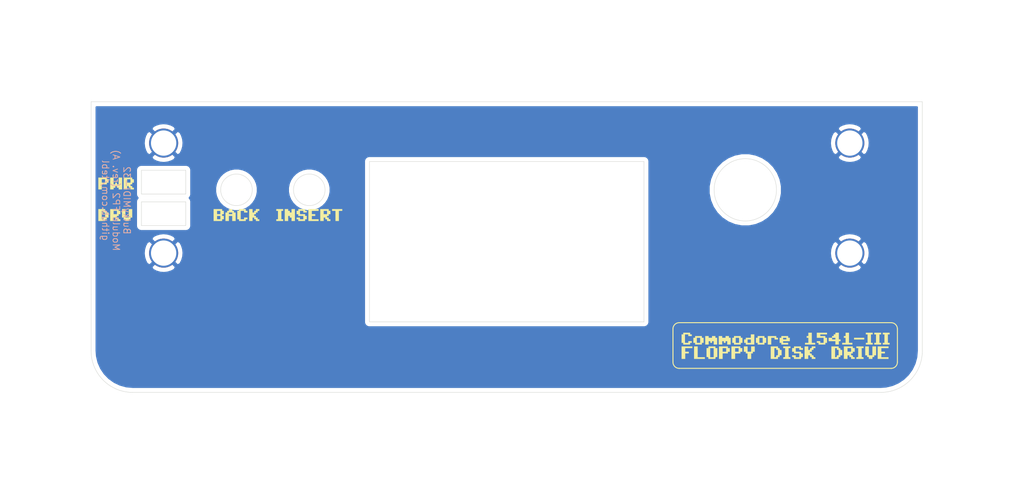
<source format=kicad_pcb>
(kicad_pcb (version 20171130) (host pcbnew "(5.1.8)-1")

  (general
    (thickness 1.6)
    (drawings 33)
    (tracks 0)
    (zones 0)
    (modules 9)
    (nets 2)
  )

  (page A4)
  (layers
    (0 F.Cu signal)
    (31 B.Cu signal)
    (32 B.Adhes user)
    (33 F.Adhes user)
    (34 B.Paste user)
    (35 F.Paste user)
    (36 B.SilkS user hide)
    (37 F.SilkS user)
    (38 B.Mask user)
    (39 F.Mask user)
    (40 Dwgs.User user hide)
    (41 Cmts.User user)
    (42 Eco1.User user)
    (43 Eco2.User user)
    (44 Edge.Cuts user)
    (45 Margin user)
    (46 B.CrtYd user hide)
    (47 F.CrtYd user hide)
    (48 B.Fab user)
    (49 F.Fab user hide)
  )

  (setup
    (last_trace_width 0.25)
    (trace_clearance 0.2)
    (zone_clearance 0.508)
    (zone_45_only no)
    (trace_min 0.2)
    (via_size 0.8)
    (via_drill 0.4)
    (via_min_size 0.4)
    (via_min_drill 0.3)
    (uvia_size 0.3)
    (uvia_drill 0.1)
    (uvias_allowed no)
    (uvia_min_size 0.2)
    (uvia_min_drill 0.1)
    (edge_width 0.05)
    (segment_width 0.2)
    (pcb_text_width 0.3)
    (pcb_text_size 1.5 1.5)
    (mod_edge_width 0.12)
    (mod_text_size 1 1)
    (mod_text_width 0.15)
    (pad_size 1.524 1.524)
    (pad_drill 0.762)
    (pad_to_mask_clearance 0)
    (aux_axis_origin 0 0)
    (grid_origin 141.09 121.579)
    (visible_elements 7FFFFFFF)
    (pcbplotparams
      (layerselection 0x011fc_ffffffff)
      (usegerberextensions true)
      (usegerberattributes false)
      (usegerberadvancedattributes false)
      (creategerberjobfile false)
      (excludeedgelayer true)
      (linewidth 0.100000)
      (plotframeref false)
      (viasonmask false)
      (mode 1)
      (useauxorigin false)
      (hpglpennumber 1)
      (hpglpenspeed 20)
      (hpglpendiameter 15.000000)
      (psnegative false)
      (psa4output false)
      (plotreference true)
      (plotvalue true)
      (plotinvisibletext false)
      (padsonsilk false)
      (subtractmaskfromsilk false)
      (outputformat 1)
      (mirror false)
      (drillshape 0)
      (scaleselection 1)
      (outputdirectory "export/"))
  )

  (net 0 "")
  (net 1 GND)

  (net_class Default "This is the default net class."
    (clearance 0.2)
    (trace_width 0.25)
    (via_dia 0.8)
    (via_drill 0.4)
    (uvia_dia 0.3)
    (uvia_drill 0.1)
  )

  (net_class PWR ""
    (clearance 0.2)
    (trace_width 0.381)
    (via_dia 0.8)
    (via_drill 0.4)
    (uvia_dia 0.3)
    (uvia_drill 0.1)
    (add_net GND)
  )

  (module Pi1541:Pi1541-Decal locked (layer F.Cu) (tedit 0) (tstamp 64098CD1)
    (at 174.84 141.329)
    (fp_text reference G*** (at 0 0) (layer F.SilkS) hide
      (effects (font (size 1.524 1.524) (thickness 0.3)))
    )
    (fp_text value LOGO (at 0.75 0) (layer F.SilkS) hide
      (effects (font (size 1.524 1.524) (thickness 0.3)))
    )
    (fp_poly (pts (xy -11.416016 -0.686486) (xy -12.28048 -0.686486) (xy -12.28048 -0.254254) (xy -11.848248 -0.254254)
      (xy -11.848248 -0.050851) (xy -12.28048 -0.050851) (xy -12.28048 0.61021) (xy -12.712712 0.61021)
      (xy -12.712712 -0.88989) (xy -11.416016 -0.88989) (xy -11.416016 -0.686486)) (layer F.SilkS) (width 0.01))
    (fp_poly (pts (xy -10.78038 0.406807) (xy -9.915916 0.406807) (xy -9.915916 0.61021) (xy -11.212612 0.61021)
      (xy -11.212612 -0.88989) (xy -10.78038 -0.88989) (xy -10.78038 0.406807)) (layer F.SilkS) (width 0.01))
    (fp_poly (pts (xy -8.644644 -0.686486) (xy -8.415816 -0.686486) (xy -8.415816 0.378458) (xy -8.523874 0.386276)
      (xy -8.591745 0.393665) (xy -8.624108 0.412858) (xy -8.636189 0.459082) (xy -8.63975 0.502152)
      (xy -8.647568 0.61021) (xy -9.48076 0.61021) (xy -9.488578 0.502152) (xy -9.495967 0.434281)
      (xy -9.51516 0.401918) (xy -9.561384 0.389837) (xy -9.604454 0.386276) (xy -9.712512 0.378458)
      (xy -9.712512 -0.686486) (xy -9.483683 -0.686486) (xy -9.28028 -0.686486) (xy -9.28028 0.406807)
      (xy -8.848048 0.406807) (xy -8.848048 -0.686486) (xy -9.28028 -0.686486) (xy -9.483683 -0.686486)
      (xy -9.483683 -0.88989) (xy -8.644644 -0.88989) (xy -8.644644 -0.686486)) (layer F.SilkS) (width 0.01))
    (fp_poly (pts (xy -7.144544 -0.686486) (xy -6.915716 -0.686486) (xy -6.915716 -0.254254) (xy -7.144544 -0.254254)
      (xy -7.144544 -0.050851) (xy -7.78018 -0.050851) (xy -7.78018 0.61021) (xy -8.212412 0.61021)
      (xy -8.212412 -0.686486) (xy -7.78018 -0.686486) (xy -7.78018 -0.254254) (xy -7.347948 -0.254254)
      (xy -7.347948 -0.686486) (xy -7.78018 -0.686486) (xy -8.212412 -0.686486) (xy -8.212412 -0.88989)
      (xy -7.144544 -0.88989) (xy -7.144544 -0.686486)) (layer F.SilkS) (width 0.01))
    (fp_poly (pts (xy -5.644444 -0.686486) (xy -5.415615 -0.686486) (xy -5.415615 -0.254254) (xy -5.644444 -0.254254)
      (xy -5.644444 -0.050851) (xy -6.28008 -0.050851) (xy -6.28008 0.61021) (xy -6.712312 0.61021)
      (xy -6.712312 -0.686486) (xy -6.28008 -0.686486) (xy -6.28008 -0.254254) (xy -5.847848 -0.254254)
      (xy -5.847848 -0.686486) (xy -6.28008 -0.686486) (xy -6.712312 -0.686486) (xy -6.712312 -0.88989)
      (xy -5.644444 -0.88989) (xy -5.644444 -0.686486)) (layer F.SilkS) (width 0.01))
    (fp_poly (pts (xy -4.77998 -0.254254) (xy -4.347748 -0.254254) (xy -4.347748 -0.88989) (xy -3.915515 -0.88989)
      (xy -3.915515 -0.254254) (xy -4.144344 -0.254254) (xy -4.144344 -0.050851) (xy -4.347748 -0.050851)
      (xy -4.347748 0.61021) (xy -4.77998 0.61021) (xy -4.77998 -0.050851) (xy -4.983383 -0.050851)
      (xy -4.983383 -0.254254) (xy -5.212212 -0.254254) (xy -5.212212 -0.88989) (xy -4.77998 -0.88989)
      (xy -4.77998 -0.254254)) (layer F.SilkS) (width 0.01))
    (fp_poly (pts (xy -1.118719 -0.788188) (xy -1.116246 -0.723091) (xy -1.099183 -0.694165) (xy -1.053061 -0.686731)
      (xy -1.018479 -0.686486) (xy -0.955513 -0.683997) (xy -0.925402 -0.667066) (xy -0.913953 -0.621503)
      (xy -0.910421 -0.578428) (xy -0.903032 -0.510557) (xy -0.883839 -0.478194) (xy -0.837615 -0.466113)
      (xy -0.794544 -0.462552) (xy -0.686486 -0.454734) (xy -0.686486 0.177978) (xy -0.915315 0.177978)
      (xy -0.915315 0.381381) (xy -1.118719 0.381381) (xy -1.118719 0.61021) (xy -1.983183 0.61021)
      (xy -1.983183 -0.686486) (xy -1.550951 -0.686486) (xy -1.550951 0.409731) (xy -1.442893 0.401912)
      (xy -1.375021 0.394524) (xy -1.342659 0.375331) (xy -1.330577 0.329107) (xy -1.327016 0.286036)
      (xy -1.31981 0.218354) (xy -1.301851 0.187215) (xy -1.258949 0.178426) (xy -1.218958 0.177978)
      (xy -1.118719 0.177978) (xy -1.118719 -0.483083) (xy -1.322122 -0.483083) (xy -1.322122 -0.686486)
      (xy -1.550951 -0.686486) (xy -1.983183 -0.686486) (xy -1.983183 -0.88989) (xy -1.118719 -0.88989)
      (xy -1.118719 -0.788188)) (layer F.SilkS) (width 0.01))
    (fp_poly (pts (xy 0.381382 -0.686486) (xy 0.151541 -0.686486) (xy 0.165265 0.394094) (xy 0.273324 0.401912)
      (xy 0.341006 0.409119) (xy 0.372145 0.427078) (xy 0.380933 0.46998) (xy 0.381382 0.50997)
      (xy 0.381382 0.61021) (xy -0.483083 0.61021) (xy -0.483083 0.50997) (xy -0.480593 0.447005)
      (xy -0.463663 0.416894) (xy -0.4181 0.405445) (xy -0.375025 0.401912) (xy -0.266967 0.394094)
      (xy -0.253243 -0.686486) (xy -0.483083 -0.686486) (xy -0.483083 -0.88989) (xy 0.381382 -0.88989)
      (xy 0.381382 -0.686486)) (layer F.SilkS) (width 0.01))
    (fp_poly (pts (xy 1.652653 -0.686486) (xy 1.881482 -0.686486) (xy 1.881482 -0.483083) (xy 1.449249 -0.483083)
      (xy 1.449249 -0.686486) (xy 1.017017 -0.686486) (xy 1.017017 -0.254254) (xy 1.649729 -0.254254)
      (xy 1.657547 -0.146196) (xy 1.664936 -0.078325) (xy 1.684129 -0.045962) (xy 1.730353 -0.033881)
      (xy 1.773424 -0.03032) (xy 1.881482 -0.022502) (xy 1.881482 0.378458) (xy 1.773424 0.386276)
      (xy 1.705552 0.393665) (xy 1.67319 0.412858) (xy 1.661108 0.459082) (xy 1.657547 0.502152)
      (xy 1.649729 0.61021) (xy 0.816538 0.61021) (xy 0.808719 0.502152) (xy 0.801331 0.434281)
      (xy 0.782138 0.401918) (xy 0.735914 0.389837) (xy 0.692843 0.386276) (xy 0.625161 0.379069)
      (xy 0.594022 0.361111) (xy 0.585233 0.318208) (xy 0.584785 0.278218) (xy 0.584785 0.177978)
      (xy 1.017017 0.177978) (xy 1.017017 0.406807) (xy 1.449249 0.406807) (xy 1.449249 -0.050851)
      (xy 0.813614 -0.050851) (xy 0.813614 -0.254254) (xy 0.584785 -0.254254) (xy 0.584785 -0.686486)
      (xy 0.813614 -0.686486) (xy 0.813614 -0.88989) (xy 1.652653 -0.88989) (xy 1.652653 -0.686486)) (layer F.SilkS) (width 0.01))
    (fp_poly (pts (xy 2.517117 -0.454734) (xy 2.625175 -0.462552) (xy 2.693047 -0.469941) (xy 2.725409 -0.489134)
      (xy 2.737491 -0.535358) (xy 2.741052 -0.578428) (xy 2.748258 -0.64611) (xy 2.766217 -0.67725)
      (xy 2.809119 -0.686038) (xy 2.84911 -0.686486) (xy 2.913272 -0.688995) (xy 2.941782 -0.706307)
      (xy 2.949109 -0.753102) (xy 2.94935 -0.788188) (xy 2.94935 -0.88989) (xy 3.381582 -0.88989)
      (xy 3.381582 -0.686486) (xy 3.152753 -0.686486) (xy 3.152753 -0.483083) (xy 2.94935 -0.483083)
      (xy 2.94935 -0.254254) (xy 2.717597 -0.254254) (xy 2.725415 -0.146196) (xy 2.732804 -0.078325)
      (xy 2.751997 -0.045962) (xy 2.798221 -0.033881) (xy 2.841292 -0.03032) (xy 2.908974 -0.023113)
      (xy 2.940113 -0.005155) (xy 2.948901 0.037748) (xy 2.94935 0.077738) (xy 2.951939 0.142219)
      (xy 2.969562 0.170634) (xy 3.017006 0.17777) (xy 3.049589 0.177978) (xy 3.112555 0.180468)
      (xy 3.142666 0.197398) (xy 3.154115 0.242961) (xy 3.157647 0.286036) (xy 3.165036 0.353907)
      (xy 3.184229 0.38627) (xy 3.230453 0.398352) (xy 3.273524 0.401912) (xy 3.341206 0.409119)
      (xy 3.372345 0.427078) (xy 3.381134 0.46998) (xy 3.381582 0.50997) (xy 3.381582 0.61021)
      (xy 2.94935 0.61021) (xy 2.94935 0.381381) (xy 2.745946 0.381381) (xy 2.745946 0.177978)
      (xy 2.517117 0.177978) (xy 2.517117 0.61021) (xy 2.084885 0.61021) (xy 2.084885 -0.88989)
      (xy 2.517117 -0.88989) (xy 2.517117 -0.454734)) (layer F.SilkS) (width 0.01))
    (fp_poly (pts (xy 6.178379 -0.788188) (xy 6.180851 -0.723091) (xy 6.197914 -0.694165) (xy 6.244036 -0.686731)
      (xy 6.278618 -0.686486) (xy 6.341584 -0.683997) (xy 6.371695 -0.667066) (xy 6.383144 -0.621503)
      (xy 6.386676 -0.578428) (xy 6.394065 -0.510557) (xy 6.413258 -0.478194) (xy 6.459482 -0.466113)
      (xy 6.502553 -0.462552) (xy 6.610611 -0.454734) (xy 6.610611 0.177978) (xy 6.381782 0.177978)
      (xy 6.381782 0.381381) (xy 6.178379 0.381381) (xy 6.178379 0.61021) (xy 5.313914 0.61021)
      (xy 5.313914 -0.686486) (xy 5.746146 -0.686486) (xy 5.746146 0.409731) (xy 5.854204 0.401912)
      (xy 5.922076 0.394524) (xy 5.954438 0.375331) (xy 5.96652 0.329107) (xy 5.970081 0.286036)
      (xy 5.977287 0.218354) (xy 5.995246 0.187215) (xy 6.038148 0.178426) (xy 6.078139 0.177978)
      (xy 6.178379 0.177978) (xy 6.178379 -0.483083) (xy 5.974975 -0.483083) (xy 5.974975 -0.686486)
      (xy 5.746146 -0.686486) (xy 5.313914 -0.686486) (xy 5.313914 -0.88989) (xy 6.178379 -0.88989)
      (xy 6.178379 -0.788188)) (layer F.SilkS) (width 0.01))
    (fp_poly (pts (xy 7.881882 -0.686486) (xy 8.110711 -0.686486) (xy 8.110711 -0.254254) (xy 7.881882 -0.254254)
      (xy 7.881882 -0.050851) (xy 7.678479 -0.050851) (xy 7.678479 0.177978) (xy 7.778718 0.177978)
      (xy 7.841684 0.180468) (xy 7.871795 0.197398) (xy 7.883244 0.242961) (xy 7.886777 0.286036)
      (xy 7.894165 0.353907) (xy 7.913358 0.38627) (xy 7.959582 0.398352) (xy 8.002653 0.401912)
      (xy 8.070335 0.409119) (xy 8.101474 0.427078) (xy 8.110263 0.46998) (xy 8.110711 0.50997)
      (xy 8.110711 0.61021) (xy 7.678479 0.61021) (xy 7.678479 0.381381) (xy 7.475075 0.381381)
      (xy 7.475075 0.177978) (xy 7.246246 0.177978) (xy 7.246246 0.61021) (xy 6.814014 0.61021)
      (xy 6.814014 -0.686486) (xy 7.246246 -0.686486) (xy 7.246246 -0.254254) (xy 7.678479 -0.254254)
      (xy 7.678479 -0.686486) (xy 7.246246 -0.686486) (xy 6.814014 -0.686486) (xy 6.814014 -0.88989)
      (xy 7.881882 -0.88989) (xy 7.881882 -0.686486)) (layer F.SilkS) (width 0.01))
    (fp_poly (pts (xy 9.178579 -0.686486) (xy 8.948739 -0.686486) (xy 8.962463 0.394094) (xy 9.070521 0.401912)
      (xy 9.138203 0.409119) (xy 9.169342 0.427078) (xy 9.178131 0.46998) (xy 9.178579 0.50997)
      (xy 9.178579 0.61021) (xy 8.314114 0.61021) (xy 8.314114 0.50997) (xy 8.316604 0.447005)
      (xy 8.333535 0.416894) (xy 8.379098 0.405445) (xy 8.422172 0.401912) (xy 8.53023 0.394094)
      (xy 8.543954 -0.686486) (xy 8.314114 -0.686486) (xy 8.314114 -0.88989) (xy 9.178579 -0.88989)
      (xy 9.178579 -0.686486)) (layer F.SilkS) (width 0.01))
    (fp_poly (pts (xy 9.814214 0.177978) (xy 10.246447 0.177978) (xy 10.246447 -0.88989) (xy 10.678679 -0.88989)
      (xy 10.678679 0.177978) (xy 10.44985 0.177978) (xy 10.44985 0.381381) (xy 10.246447 0.381381)
      (xy 10.246447 0.61021) (xy 9.814214 0.61021) (xy 9.814214 0.381381) (xy 9.610811 0.381381)
      (xy 9.610811 0.177978) (xy 9.381982 0.177978) (xy 9.381982 -0.88989) (xy 9.814214 -0.88989)
      (xy 9.814214 0.177978)) (layer F.SilkS) (width 0.01))
    (fp_poly (pts (xy 12.178779 -0.686486) (xy 11.314315 -0.686486) (xy 11.314315 -0.254254) (xy 11.746547 -0.254254)
      (xy 11.746547 -0.050851) (xy 11.314315 -0.050851) (xy 11.314315 0.406807) (xy 12.178779 0.406807)
      (xy 12.178779 0.61021) (xy 10.882082 0.61021) (xy 10.882082 -0.88989) (xy 12.178779 -0.88989)
      (xy 12.178779 -0.686486)) (layer F.SilkS) (width 0.01))
    (fp_poly (pts (xy -11.695695 -2.339139) (xy -11.492292 -2.339139) (xy -11.492292 -2.135736) (xy -11.899099 -2.135736)
      (xy -11.899099 -2.339139) (xy -12.305906 -2.339139) (xy -12.305906 -1.322122) (xy -11.899099 -1.322122)
      (xy -11.899099 -1.525525) (xy -11.492292 -1.525525) (xy -11.492292 -1.322122) (xy -11.695695 -1.322122)
      (xy -11.695695 -1.118719) (xy -12.509309 -1.118719) (xy -12.509309 -1.322122) (xy -12.712712 -1.322122)
      (xy -12.712712 -2.339139) (xy -12.509309 -2.339139) (xy -12.509309 -2.542542) (xy -11.695695 -2.542542)
      (xy -11.695695 -2.339139)) (layer F.SilkS) (width 0.01))
    (fp_poly (pts (xy -10.271872 -1.932332) (xy -10.068468 -1.932332) (xy -10.068468 -1.322122) (xy -10.271872 -1.322122)
      (xy -10.271872 -1.118719) (xy -11.085485 -1.118719) (xy -11.085485 -1.322122) (xy -11.288889 -1.322122)
      (xy -11.288889 -1.932332) (xy -11.085485 -1.932332) (xy -10.882082 -1.932332) (xy -10.882082 -1.322122)
      (xy -10.475275 -1.322122) (xy -10.475275 -1.932332) (xy -10.882082 -1.932332) (xy -11.085485 -1.932332)
      (xy -11.085485 -2.135736) (xy -10.271872 -2.135736) (xy -10.271872 -1.932332)) (layer F.SilkS) (width 0.01))
    (fp_poly (pts (xy -9.458258 -1.932332) (xy -9.051451 -1.932332) (xy -9.051451 -2.135736) (xy -8.644644 -2.135736)
      (xy -8.644644 -1.932332) (xy -8.441241 -1.932332) (xy -8.441241 -1.118719) (xy -8.848048 -1.118719)
      (xy -8.848048 -1.525525) (xy -9.051451 -1.525525) (xy -9.051451 -1.322122) (xy -9.254855 -1.322122)
      (xy -9.254855 -1.525525) (xy -9.458258 -1.525525) (xy -9.458258 -1.118719) (xy -9.865065 -1.118719)
      (xy -9.865065 -2.135736) (xy -9.458258 -2.135736) (xy -9.458258 -1.932332)) (layer F.SilkS) (width 0.01))
    (fp_poly (pts (xy -7.831031 -1.932332) (xy -7.424224 -1.932332) (xy -7.424224 -2.135736) (xy -7.017417 -2.135736)
      (xy -7.017417 -1.932332) (xy -6.814014 -1.932332) (xy -6.814014 -1.118719) (xy -7.220821 -1.118719)
      (xy -7.220821 -1.525525) (xy -7.424224 -1.525525) (xy -7.424224 -1.322122) (xy -7.627627 -1.322122)
      (xy -7.627627 -1.525525) (xy -7.831031 -1.525525) (xy -7.831031 -1.118719) (xy -8.237838 -1.118719)
      (xy -8.237838 -2.135736) (xy -7.831031 -2.135736) (xy -7.831031 -1.932332)) (layer F.SilkS) (width 0.01))
    (fp_poly (pts (xy -5.593593 -1.932332) (xy -5.39019 -1.932332) (xy -5.39019 -1.322122) (xy -5.593593 -1.322122)
      (xy -5.593593 -1.118719) (xy -6.407207 -1.118719) (xy -6.407207 -1.322122) (xy -6.61061 -1.322122)
      (xy -6.61061 -1.932332) (xy -6.407207 -1.932332) (xy -6.203804 -1.932332) (xy -6.203804 -1.322122)
      (xy -5.796997 -1.322122) (xy -5.796997 -1.932332) (xy -6.203804 -1.932332) (xy -6.407207 -1.932332)
      (xy -6.407207 -2.135736) (xy -5.593593 -2.135736) (xy -5.593593 -1.932332)) (layer F.SilkS) (width 0.01))
    (fp_poly (pts (xy -3.966366 -1.118719) (xy -4.983383 -1.118719) (xy -4.983383 -1.322122) (xy -5.186787 -1.322122)
      (xy -5.186787 -1.728929) (xy -4.983383 -1.728929) (xy -4.77998 -1.728929) (xy -4.77998 -1.322122)
      (xy -4.373173 -1.322122) (xy -4.373173 -1.728929) (xy -4.77998 -1.728929) (xy -4.983383 -1.728929)
      (xy -4.983383 -1.932332) (xy -4.373173 -1.932332) (xy -4.373173 -2.339139) (xy -3.966366 -2.339139)
      (xy -3.966366 -1.118719)) (layer F.SilkS) (width 0.01))
    (fp_poly (pts (xy -2.745946 -1.932332) (xy -2.542542 -1.932332) (xy -2.542542 -1.322122) (xy -2.745946 -1.322122)
      (xy -2.745946 -1.118719) (xy -3.559559 -1.118719) (xy -3.559559 -1.322122) (xy -3.762963 -1.322122)
      (xy -3.762963 -1.932332) (xy -3.559559 -1.932332) (xy -3.356156 -1.932332) (xy -3.356156 -1.322122)
      (xy -2.949349 -1.322122) (xy -2.949349 -1.932332) (xy -3.356156 -1.932332) (xy -3.559559 -1.932332)
      (xy -3.559559 -2.135736) (xy -2.745946 -2.135736) (xy -2.745946 -1.932332)) (layer F.SilkS) (width 0.01))
    (fp_poly (pts (xy -1.322122 -1.932332) (xy -1.118719 -1.932332) (xy -1.118719 -1.728929) (xy -1.525525 -1.728929)
      (xy -1.525525 -1.932332) (xy -1.932332 -1.932332) (xy -1.932332 -1.118719) (xy -2.339139 -1.118719)
      (xy -2.339139 -2.135736) (xy -1.322122 -2.135736) (xy -1.322122 -1.932332)) (layer F.SilkS) (width 0.01))
    (fp_poly (pts (xy 0.101702 -1.932332) (xy 0.305105 -1.932332) (xy 0.305105 -1.525525) (xy -0.508508 -1.525525)
      (xy -0.508508 -1.322122) (xy 0.101702 -1.322122) (xy 0.101702 -1.118719) (xy -0.711912 -1.118719)
      (xy -0.711912 -1.322122) (xy -0.915315 -1.322122) (xy -0.915315 -1.932332) (xy -0.711912 -1.932332)
      (xy -0.508508 -1.932332) (xy -0.508508 -1.728929) (xy -0.101701 -1.728929) (xy -0.101701 -1.932332)
      (xy -0.508508 -1.932332) (xy -0.711912 -1.932332) (xy -0.711912 -2.135736) (xy 0.101702 -2.135736)
      (xy 0.101702 -1.932332)) (layer F.SilkS) (width 0.01))
    (fp_poly (pts (xy 2.94935 -1.322122) (xy 3.356156 -1.322122) (xy 3.356156 -1.118719) (xy 2.135736 -1.118719)
      (xy 2.135736 -1.322122) (xy 2.542543 -1.322122) (xy 2.542543 -1.932332) (xy 2.339139 -1.932332)
      (xy 2.339139 -2.135736) (xy 2.542543 -2.135736) (xy 2.542543 -2.542542) (xy 2.94935 -2.542542)
      (xy 2.94935 -1.322122)) (layer F.SilkS) (width 0.01))
    (fp_poly (pts (xy 4.77998 -2.339139) (xy 3.966367 -2.339139) (xy 3.966367 -2.135736) (xy 4.576577 -2.135736)
      (xy 4.576577 -1.932332) (xy 4.77998 -1.932332) (xy 4.77998 -1.322122) (xy 4.576577 -1.322122)
      (xy 4.576577 -1.118719) (xy 3.762963 -1.118719) (xy 3.762963 -1.322122) (xy 3.55956 -1.322122)
      (xy 3.55956 -1.525525) (xy 3.966367 -1.525525) (xy 3.966367 -1.322122) (xy 4.373173 -1.322122)
      (xy 4.373173 -1.932332) (xy 3.55956 -1.932332) (xy 3.55956 -2.542542) (xy 4.77998 -2.542542)
      (xy 4.77998 -2.339139)) (layer F.SilkS) (width 0.01))
    (fp_poly (pts (xy 6.203804 -1.728929) (xy 6.407207 -1.728929) (xy 6.407207 -1.525525) (xy 6.203804 -1.525525)
      (xy 6.203804 -1.118719) (xy 5.796997 -1.118719) (xy 5.796997 -1.525525) (xy 4.983384 -1.525525)
      (xy 4.983384 -1.932332) (xy 5.39019 -1.932332) (xy 5.39019 -1.728929) (xy 5.796997 -1.728929)
      (xy 5.796997 -1.932332) (xy 5.39019 -1.932332) (xy 5.39019 -2.135736) (xy 5.593594 -2.135736)
      (xy 5.593594 -2.339139) (xy 5.796997 -2.339139) (xy 5.796997 -2.542542) (xy 6.203804 -2.542542)
      (xy 6.203804 -1.728929)) (layer F.SilkS) (width 0.01))
    (fp_poly (pts (xy 7.424224 -1.322122) (xy 7.831031 -1.322122) (xy 7.831031 -1.118719) (xy 6.610611 -1.118719)
      (xy 6.610611 -1.322122) (xy 7.017418 -1.322122) (xy 7.017418 -1.932332) (xy 6.814014 -1.932332)
      (xy 6.814014 -2.135736) (xy 7.017418 -2.135736) (xy 7.017418 -2.542542) (xy 7.424224 -2.542542)
      (xy 7.424224 -1.322122)) (layer F.SilkS) (width 0.01))
    (fp_poly (pts (xy 10.271872 -2.339139) (xy 10.068469 -2.339139) (xy 10.068469 -1.322122) (xy 10.271872 -1.322122)
      (xy 10.271872 -1.118719) (xy 9.458258 -1.118719) (xy 9.458258 -1.322122) (xy 9.661662 -1.322122)
      (xy 9.661662 -2.339139) (xy 9.458258 -2.339139) (xy 9.458258 -2.542542) (xy 10.271872 -2.542542)
      (xy 10.271872 -2.339139)) (layer F.SilkS) (width 0.01))
    (fp_poly (pts (xy 11.288889 -2.339139) (xy 11.085486 -2.339139) (xy 11.085486 -1.322122) (xy 11.288889 -1.322122)
      (xy 11.288889 -1.118719) (xy 10.475275 -1.118719) (xy 10.475275 -1.322122) (xy 10.678679 -1.322122)
      (xy 10.678679 -2.339139) (xy 10.475275 -2.339139) (xy 10.475275 -2.542542) (xy 11.288889 -2.542542)
      (xy 11.288889 -2.339139)) (layer F.SilkS) (width 0.01))
    (fp_poly (pts (xy 12.305906 -2.339139) (xy 12.102503 -2.339139) (xy 12.102503 -1.322122) (xy 12.305906 -1.322122)
      (xy 12.305906 -1.118719) (xy 11.492293 -1.118719) (xy 11.492293 -1.322122) (xy 11.695696 -1.322122)
      (xy 11.695696 -2.339139) (xy 11.492293 -2.339139) (xy 11.492293 -2.542542) (xy 12.305906 -2.542542)
      (xy 12.305906 -2.339139)) (layer F.SilkS) (width 0.01))
    (fp_poly (pts (xy 9.254855 -1.728929) (xy 8.034435 -1.728929) (xy 8.034435 -1.932332) (xy 9.254855 -1.932332)
      (xy 9.254855 -1.728929)) (layer F.SilkS) (width 0.01))
  )

  (module Pi1541:Pi1541-Back (layer F.Cu) (tedit 0) (tstamp 64098B50)
    (at 108.578 124.6162)
    (fp_text reference G*** (at 0 0) (layer F.SilkS) hide
      (effects (font (size 1.524 1.524) (thickness 0.3)))
    )
    (fp_text value LOGO (at 0.75 0) (layer F.SilkS) hide
      (effects (font (size 1.524 1.524) (thickness 0.3)))
    )
    (fp_poly (pts (xy -1.728928 -0.508508) (xy -1.525525 -0.508508) (xy -1.525525 -0.101701) (xy -1.728928 -0.101701)
      (xy -1.728928 0.101702) (xy -1.525525 0.101702) (xy -1.525525 0.508509) (xy -1.728928 0.508509)
      (xy -1.728928 0.711912) (xy -2.745945 0.711912) (xy -2.745945 0.101702) (xy -2.339139 0.101702)
      (xy -2.339139 0.508509) (xy -1.932332 0.508509) (xy -1.932332 0.101702) (xy -2.339139 0.101702)
      (xy -2.745945 0.101702) (xy -2.745945 -0.508508) (xy -2.339139 -0.508508) (xy -2.339139 -0.101701)
      (xy -1.932332 -0.101701) (xy -1.932332 -0.508508) (xy -2.339139 -0.508508) (xy -2.745945 -0.508508)
      (xy -2.745945 -0.711911) (xy -1.728928 -0.711911) (xy -1.728928 -0.508508)) (layer F.SilkS) (width 0.01))
    (fp_poly (pts (xy -0.508508 -0.508508) (xy -0.305105 -0.508508) (xy -0.305105 -0.305105) (xy -0.101701 -0.305105)
      (xy -0.101701 0.711912) (xy -0.508508 0.711912) (xy -0.508508 0.101702) (xy -0.915315 0.101702)
      (xy -0.915315 0.711912) (xy -1.322122 0.711912) (xy -1.322122 -0.305105) (xy -1.118718 -0.305105)
      (xy -0.915315 -0.305105) (xy -0.915315 -0.101701) (xy -0.508508 -0.101701) (xy -0.508508 -0.305105)
      (xy -0.915315 -0.305105) (xy -1.118718 -0.305105) (xy -1.118718 -0.508508) (xy -0.915315 -0.508508)
      (xy -0.915315 -0.711911) (xy -0.508508 -0.711911) (xy -0.508508 -0.508508)) (layer F.SilkS) (width 0.01))
    (fp_poly (pts (xy 1.118719 -0.508508) (xy 1.322123 -0.508508) (xy 1.322123 -0.305105) (xy 0.915316 -0.305105)
      (xy 0.915316 -0.508508) (xy 0.508509 -0.508508) (xy 0.508509 0.508509) (xy 0.915316 0.508509)
      (xy 0.915316 0.305106) (xy 1.322123 0.305106) (xy 1.322123 0.508509) (xy 1.118719 0.508509)
      (xy 1.118719 0.711912) (xy 0.305106 0.711912) (xy 0.305106 0.508509) (xy 0.101702 0.508509)
      (xy 0.101702 -0.508508) (xy 0.305106 -0.508508) (xy 0.305106 -0.711911) (xy 1.118719 -0.711911)
      (xy 1.118719 -0.508508)) (layer F.SilkS) (width 0.01))
    (fp_poly (pts (xy 1.932333 -0.305105) (xy 2.135736 -0.305105) (xy 2.135736 -0.508508) (xy 2.33914 -0.508508)
      (xy 2.33914 -0.711911) (xy 2.745946 -0.711911) (xy 2.745946 -0.508508) (xy 2.542543 -0.508508)
      (xy 2.542543 -0.305105) (xy 2.33914 -0.305105) (xy 2.33914 -0.101701) (xy 2.135736 -0.101701)
      (xy 2.135736 0.101702) (xy 2.33914 0.101702) (xy 2.33914 0.305106) (xy 2.542543 0.305106)
      (xy 2.542543 0.508509) (xy 2.745946 0.508509) (xy 2.745946 0.711912) (xy 2.33914 0.711912)
      (xy 2.33914 0.508509) (xy 2.135736 0.508509) (xy 2.135736 0.305106) (xy 1.932333 0.305106)
      (xy 1.932333 0.711912) (xy 1.525526 0.711912) (xy 1.525526 -0.711911) (xy 1.932333 -0.711911)
      (xy 1.932333 -0.305105)) (layer F.SilkS) (width 0.01))
  )

  (module Pi1541:Pi1541-Insert locked (layer F.Cu) (tedit 0) (tstamp 64098AA2)
    (at 117.338 124.6162)
    (fp_text reference G*** (at 0 0) (layer F.SilkS) hide
      (effects (font (size 1.524 1.524) (thickness 0.3)))
    )
    (fp_text value LOGO (at 0.75 0) (layer F.SilkS) hide
      (effects (font (size 1.524 1.524) (thickness 0.3)))
    )
    (fp_poly (pts (xy -3.152753 -0.508508) (xy -3.356156 -0.508508) (xy -3.356156 0.508509) (xy -3.152753 0.508509)
      (xy -3.152753 0.711912) (xy -3.966366 0.711912) (xy -3.966366 0.508509) (xy -3.762963 0.508509)
      (xy -3.762963 -0.508508) (xy -3.966366 -0.508508) (xy -3.966366 -0.711911) (xy -3.152753 -0.711911)
      (xy -3.152753 -0.508508)) (layer F.SilkS) (width 0.01))
    (fp_poly (pts (xy -2.542543 -0.508508) (xy -2.339139 -0.508508) (xy -2.339139 -0.305105) (xy -2.135736 -0.305105)
      (xy -2.135736 -0.711911) (xy -1.728929 -0.711911) (xy -1.728929 0.711912) (xy -2.135736 0.711912)
      (xy -2.135736 0.305106) (xy -2.339139 0.305106) (xy -2.339139 0.101702) (xy -2.542543 0.101702)
      (xy -2.542543 0.711912) (xy -2.949349 0.711912) (xy -2.949349 -0.711911) (xy -2.542543 -0.711911)
      (xy -2.542543 -0.508508)) (layer F.SilkS) (width 0.01))
    (fp_poly (pts (xy -0.508509 -0.508508) (xy -0.305105 -0.508508) (xy -0.305105 -0.305105) (xy -0.711912 -0.305105)
      (xy -0.711912 -0.508508) (xy -1.118719 -0.508508) (xy -1.118719 -0.101701) (xy -0.508509 -0.101701)
      (xy -0.508509 0.101702) (xy -0.305105 0.101702) (xy -0.305105 0.508509) (xy -0.508509 0.508509)
      (xy -0.508509 0.711912) (xy -1.322122 0.711912) (xy -1.322122 0.508509) (xy -1.525526 0.508509)
      (xy -1.525526 0.305106) (xy -1.118719 0.305106) (xy -1.118719 0.508509) (xy -0.711912 0.508509)
      (xy -0.711912 0.101702) (xy -1.322122 0.101702) (xy -1.322122 -0.101701) (xy -1.525526 -0.101701)
      (xy -1.525526 -0.508508) (xy -1.322122 -0.508508) (xy -1.322122 -0.711911) (xy -0.508509 -0.711911)
      (xy -0.508509 -0.508508)) (layer F.SilkS) (width 0.01))
    (fp_poly (pts (xy 1.118719 -0.508508) (xy 0.305105 -0.508508) (xy 0.305105 -0.101701) (xy 0.711912 -0.101701)
      (xy 0.711912 0.101702) (xy 0.305105 0.101702) (xy 0.305105 0.508509) (xy 1.118719 0.508509)
      (xy 1.118719 0.711912) (xy -0.101702 0.711912) (xy -0.101702 -0.711911) (xy 1.118719 -0.711911)
      (xy 1.118719 -0.508508)) (layer F.SilkS) (width 0.01))
    (fp_poly (pts (xy 2.339139 -0.508508) (xy 2.542542 -0.508508) (xy 2.542542 -0.101701) (xy 2.339139 -0.101701)
      (xy 2.339139 0.101702) (xy 2.135736 0.101702) (xy 2.135736 0.305106) (xy 2.339139 0.305106)
      (xy 2.339139 0.508509) (xy 2.542542 0.508509) (xy 2.542542 0.711912) (xy 2.135736 0.711912)
      (xy 2.135736 0.508509) (xy 1.932332 0.508509) (xy 1.932332 0.305106) (xy 1.728929 0.305106)
      (xy 1.728929 0.711912) (xy 1.322122 0.711912) (xy 1.322122 -0.508508) (xy 1.728929 -0.508508)
      (xy 1.728929 -0.101701) (xy 2.135736 -0.101701) (xy 2.135736 -0.508508) (xy 1.728929 -0.508508)
      (xy 1.322122 -0.508508) (xy 1.322122 -0.711911) (xy 2.339139 -0.711911) (xy 2.339139 -0.508508)) (layer F.SilkS) (width 0.01))
    (fp_poly (pts (xy 3.966366 -0.508508) (xy 3.559559 -0.508508) (xy 3.559559 0.711912) (xy 3.152753 0.711912)
      (xy 3.152753 -0.508508) (xy 2.745946 -0.508508) (xy 2.745946 -0.711911) (xy 3.966366 -0.711911)
      (xy 3.966366 -0.508508)) (layer F.SilkS) (width 0.01))
  )

  (module Pi1541:Pi1541-DRV locked (layer F.Cu) (tedit 0) (tstamp 64098A1F)
    (at 94.1 124.6162)
    (fp_text reference G*** (at 0 0) (layer F.SilkS) hide
      (effects (font (size 1.524 1.524) (thickness 0.3)))
    )
    (fp_text value LOGO (at 0.75 0) (layer F.SilkS) hide
      (effects (font (size 1.524 1.524) (thickness 0.3)))
    )
    (fp_poly (pts (xy -1.322122 -0.508508) (xy -1.118718 -0.508508) (xy -1.118718 -0.305105) (xy -0.915315 -0.305105)
      (xy -0.915315 0.305106) (xy -1.118718 0.305106) (xy -1.118718 0.508509) (xy -1.322122 0.508509)
      (xy -1.322122 0.711912) (xy -2.135735 0.711912) (xy -2.135735 -0.508508) (xy -1.728929 -0.508508)
      (xy -1.728929 0.508509) (xy -1.525525 0.508509) (xy -1.525525 0.305106) (xy -1.322122 0.305106)
      (xy -1.322122 -0.305105) (xy -1.525525 -0.305105) (xy -1.525525 -0.508508) (xy -1.728929 -0.508508)
      (xy -2.135735 -0.508508) (xy -2.135735 -0.711911) (xy -1.322122 -0.711911) (xy -1.322122 -0.508508)) (layer F.SilkS) (width 0.01))
    (fp_poly (pts (xy 0.305105 -0.508508) (xy 0.508509 -0.508508) (xy 0.508509 -0.101701) (xy 0.305105 -0.101701)
      (xy 0.305105 0.101702) (xy 0.101702 0.101702) (xy 0.101702 0.305106) (xy 0.305105 0.305106)
      (xy 0.305105 0.508509) (xy 0.508509 0.508509) (xy 0.508509 0.711912) (xy 0.101702 0.711912)
      (xy 0.101702 0.508509) (xy -0.101701 0.508509) (xy -0.101701 0.305106) (xy -0.305105 0.305106)
      (xy -0.305105 0.711912) (xy -0.711912 0.711912) (xy -0.711912 -0.508508) (xy -0.305105 -0.508508)
      (xy -0.305105 -0.101701) (xy 0.101702 -0.101701) (xy 0.101702 -0.508508) (xy -0.305105 -0.508508)
      (xy -0.711912 -0.508508) (xy -0.711912 -0.711911) (xy 0.305105 -0.711911) (xy 0.305105 -0.508508)) (layer F.SilkS) (width 0.01))
    (fp_poly (pts (xy 1.118719 0.305106) (xy 1.525526 0.305106) (xy 1.525526 -0.711911) (xy 1.932333 -0.711911)
      (xy 1.932333 0.305106) (xy 1.728929 0.305106) (xy 1.728929 0.508509) (xy 1.525526 0.508509)
      (xy 1.525526 0.711912) (xy 1.118719 0.711912) (xy 1.118719 0.508509) (xy 0.915316 0.508509)
      (xy 0.915316 0.305106) (xy 0.711912 0.305106) (xy 0.711912 -0.711911) (xy 1.118719 -0.711911)
      (xy 1.118719 0.305106)) (layer F.SilkS) (width 0.01))
  )

  (module Pi1541:Pi1541-PWR locked (layer F.Cu) (tedit 0) (tstamp 640989C0)
    (at 94.1 120.817)
    (fp_text reference G*** (at 0 0) (layer F.SilkS) hide
      (effects (font (size 1.524 1.524) (thickness 0.3)))
    )
    (fp_text value LOGO (at 0.75 0) (layer F.SilkS) hide
      (effects (font (size 1.524 1.524) (thickness 0.3)))
    )
    (fp_poly (pts (xy -1.118718 -0.508508) (xy -0.915315 -0.508508) (xy -0.915315 -0.101701) (xy -1.118718 -0.101701)
      (xy -1.118718 0.101702) (xy -1.728929 0.101702) (xy -1.728929 0.711912) (xy -2.135735 0.711912)
      (xy -2.135735 -0.508508) (xy -1.728929 -0.508508) (xy -1.728929 -0.101701) (xy -1.322122 -0.101701)
      (xy -1.322122 -0.508508) (xy -1.728929 -0.508508) (xy -2.135735 -0.508508) (xy -2.135735 -0.711911)
      (xy -1.118718 -0.711911) (xy -1.118718 -0.508508)) (layer F.SilkS) (width 0.01))
    (fp_poly (pts (xy -0.305105 0.101702) (xy -0.101701 0.101702) (xy -0.101701 -0.101701) (xy 0.101702 -0.101701)
      (xy 0.101702 0.101702) (xy 0.305105 0.101702) (xy 0.305105 -0.711911) (xy 0.711912 -0.711911)
      (xy 0.711912 0.711912) (xy 0.305105 0.711912) (xy 0.305105 0.508509) (xy 0.101702 0.508509)
      (xy 0.101702 0.305106) (xy -0.101701 0.305106) (xy -0.101701 0.508509) (xy -0.305105 0.508509)
      (xy -0.305105 0.711912) (xy -0.711912 0.711912) (xy -0.711912 -0.711911) (xy -0.305105 -0.711911)
      (xy -0.305105 0.101702)) (layer F.SilkS) (width 0.01))
    (fp_poly (pts (xy 1.932333 -0.508508) (xy 2.135736 -0.508508) (xy 2.135736 -0.101701) (xy 1.932333 -0.101701)
      (xy 1.932333 0.101702) (xy 1.728929 0.101702) (xy 1.728929 0.305106) (xy 1.932333 0.305106)
      (xy 1.932333 0.508509) (xy 2.135736 0.508509) (xy 2.135736 0.711912) (xy 1.728929 0.711912)
      (xy 1.728929 0.508509) (xy 1.525526 0.508509) (xy 1.525526 0.305106) (xy 1.322122 0.305106)
      (xy 1.322122 0.711912) (xy 0.915316 0.711912) (xy 0.915316 -0.508508) (xy 1.322122 -0.508508)
      (xy 1.322122 -0.101701) (xy 1.728929 -0.101701) (xy 1.728929 -0.508508) (xy 1.322122 -0.508508)
      (xy 0.915316 -0.508508) (xy 0.915316 -0.711911) (xy 1.932333 -0.711911) (xy 1.932333 -0.508508)) (layer F.SilkS) (width 0.01))
  )

  (module mounting:M3_pin (layer F.Cu) (tedit 5F76331A) (tstamp 6282A424)
    (at 99.815 129.199)
    (descr "module 1 pin (ou trou mecanique de percage)")
    (tags DEV)
    (path /6282631C)
    (fp_text reference M1 (at 3.048 0) (layer F.Fab) hide
      (effects (font (size 1 1) (thickness 0.15)))
    )
    (fp_text value Mounting_Pin (at 0 3) (layer F.Fab) hide
      (effects (font (size 1 1) (thickness 0.15)))
    )
    (fp_circle (center 0 0) (end 2.6 0) (layer F.CrtYd) (width 0.05))
    (fp_circle (center 0 0) (end 2 0.8) (layer F.Fab) (width 0.1))
    (pad 1 thru_hole circle (at 0 0) (size 3.5 3.5) (drill 3.048) (layers *.Cu *.Mask)
      (net 1 GND) (solder_mask_margin 0.8))
  )

  (module mounting:M3_pin (layer F.Cu) (tedit 5F76331A) (tstamp 6282A42B)
    (at 182.365 129.199)
    (descr "module 1 pin (ou trou mecanique de percage)")
    (tags DEV)
    (path /62826824)
    (fp_text reference M2 (at 0 -3.048) (layer F.Fab) hide
      (effects (font (size 1 1) (thickness 0.15)))
    )
    (fp_text value Mounting_Pin (at 0 3) (layer F.Fab) hide
      (effects (font (size 1 1) (thickness 0.15)))
    )
    (fp_circle (center 0 0) (end 2 0.8) (layer F.Fab) (width 0.1))
    (fp_circle (center 0 0) (end 2.6 0) (layer F.CrtYd) (width 0.05))
    (pad 1 thru_hole circle (at 0 0) (size 3.5 3.5) (drill 3.048) (layers *.Cu *.Mask)
      (net 1 GND) (solder_mask_margin 0.8))
  )

  (module mounting:M3_pin (layer F.Cu) (tedit 5F76331A) (tstamp 6282A432)
    (at 182.365 115.949)
    (descr "module 1 pin (ou trou mecanique de percage)")
    (tags DEV)
    (path /62826D8F)
    (fp_text reference M3 (at 0 -3.048) (layer F.Fab) hide
      (effects (font (size 1 1) (thickness 0.15)))
    )
    (fp_text value Mounting_Pin (at 0 3) (layer F.Fab) hide
      (effects (font (size 1 1) (thickness 0.15)))
    )
    (fp_circle (center 0 0) (end 2.6 0) (layer F.CrtYd) (width 0.05))
    (fp_circle (center 0 0) (end 2 0.8) (layer F.Fab) (width 0.1))
    (pad 1 thru_hole circle (at 0 0) (size 3.5 3.5) (drill 3.048) (layers *.Cu *.Mask)
      (net 1 GND) (solder_mask_margin 0.8))
  )

  (module mounting:M3_pin (layer F.Cu) (tedit 5F76331A) (tstamp 6282A439)
    (at 99.815 115.949)
    (descr "module 1 pin (ou trou mecanique de percage)")
    (tags DEV)
    (path /62827110)
    (fp_text reference M4 (at 0 -3.048) (layer F.Fab) hide
      (effects (font (size 1 1) (thickness 0.15)))
    )
    (fp_text value Mounting_Pin (at 0 3) (layer F.Fab) hide
      (effects (font (size 1 1) (thickness 0.15)))
    )
    (fp_circle (center 0 0) (end 2 0.8) (layer F.Fab) (width 0.1))
    (fp_circle (center 0 0) (end 2.6 0) (layer F.CrtYd) (width 0.05))
    (pad 1 thru_hole circle (at 0 0) (size 3.5 3.5) (drill 3.048) (layers *.Cu *.Mask)
      (net 1 GND) (solder_mask_margin 0.8))
  )

  (gr_line (start 161.09 138.329) (end 161.09 142.329) (layer F.SilkS) (width 0.12))
  (gr_arc (start 161.84 138.329) (end 161.84 137.579) (angle -90) (layer F.SilkS) (width 0.12) (tstamp 64098D6E))
  (gr_arc (start 161.84 142.329) (end 161.09 142.329) (angle -90) (layer F.SilkS) (width 0.12) (tstamp 64098D6E))
  (gr_arc (start 187.34 138.329) (end 188.09 138.329) (angle -90) (layer F.SilkS) (width 0.12) (tstamp 64098D6E))
  (gr_line (start 187.34 137.579) (end 161.84 137.579) (layer F.SilkS) (width 0.12) (tstamp 64098CF3))
  (gr_arc (start 187.34 142.329) (end 187.34 143.079) (angle -90) (layer F.SilkS) (width 0.12))
  (gr_line (start 161.84 143.079) (end 187.34 143.079) (layer F.SilkS) (width 0.12))
  (gr_line (start 188.09 142.329) (end 188.09 138.329) (layer F.SilkS) (width 0.12))
  (gr_arc (start 96.09 140.974) (end 91.09 140.974) (angle -90) (layer Edge.Cuts) (width 0.05) (tstamp 64098A75))
  (gr_arc (start 186.09 140.974) (end 186.09 145.974) (angle -90) (layer Edge.Cuts) (width 0.05))
  (gr_line (start 102.482 119.2276) (end 102.482 122.087) (layer Edge.Cuts) (width 0.05) (tstamp 64092BA5))
  (gr_line (start 102.482 123.0268) (end 102.482 125.8862) (layer Edge.Cuts) (width 0.05) (tstamp 64092BA5))
  (gr_line (start 102.482 119.2276) (end 97.148 119.2276) (layer Edge.Cuts) (width 0.05) (tstamp 64092B90))
  (gr_line (start 102.482 123.0268) (end 97.148 123.0268) (layer Edge.Cuts) (width 0.05) (tstamp 64092B52))
  (gr_line (start 97.148 123.0268) (end 97.148 125.8862) (layer Edge.Cuts) (width 0.05) (tstamp 64092B51))
  (gr_line (start 97.148 125.8862) (end 102.482 125.8862) (layer Edge.Cuts) (width 0.05) (tstamp 64092B50))
  (gr_line (start 97.148 122.087) (end 102.482 122.087) (layer Edge.Cuts) (width 0.05))
  (gr_line (start 97.148 119.2276) (end 97.148 122.087) (layer Edge.Cuts) (width 0.05))
  (gr_line (start 191.09 134.174) (end 191.09 140.974) (layer Edge.Cuts) (width 0.05) (tstamp 62C9B2AC))
  (gr_line (start 91.09 134.174) (end 91.09 140.974) (layer Edge.Cuts) (width 0.05) (tstamp 62C9B2A0))
  (gr_line (start 91.09 134.174) (end 191.09 134.174) (layer Dwgs.User) (width 0.01) (tstamp 62C9B281))
  (gr_circle (center 117.338 121.579) (end 119.238 121.579) (layer Edge.Cuts) (width 0.05) (tstamp 62C9AFCA))
  (gr_line (start 124.58 137.475) (end 124.58 118.169) (layer Edge.Cuts) (width 0.05) (tstamp 6292298E))
  (gr_line (start 157.6 137.475) (end 124.58 137.475) (layer Edge.Cuts) (width 0.05))
  (gr_line (start 157.6 118.169) (end 157.6 137.475) (layer Edge.Cuts) (width 0.05))
  (gr_line (start 124.58 118.169) (end 157.6 118.169) (layer Edge.Cuts) (width 0.05))
  (gr_circle (center 169.792 121.579) (end 173.542 121.579) (layer Edge.Cuts) (width 0.05) (tstamp 629228F6))
  (gr_text "BulkyMIDI-32\nModule FP2 (rev. A)\ngithub.com/tebl" (at 94.1 122.849 270) (layer B.SilkS) (tstamp 6286D3C9)
    (effects (font (size 0.8 0.8) (thickness 0.1)) (justify mirror))
  )
  (gr_circle (center 108.578 121.579) (end 110.478 121.579) (layer Edge.Cuts) (width 0.05) (tstamp 62922778))
  (gr_line (start 191.09 110.974) (end 91.09 110.974) (layer Edge.Cuts) (width 0.05) (tstamp 6282E722))
  (gr_line (start 96.09 145.974) (end 186.09 145.974) (layer Edge.Cuts) (width 0.05) (tstamp 620DB217))
  (gr_line (start 91.09 110.974) (end 91.09 134.174) (layer Edge.Cuts) (width 0.05))
  (gr_line (start 191.09 134.174) (end 191.09 110.974) (layer Edge.Cuts) (width 0.05))

  (zone (net 1) (net_name GND) (layer B.Cu) (tstamp 0) (hatch edge 0.508)
    (connect_pads (clearance 0.508))
    (min_thickness 0.254)
    (fill yes (arc_segments 32) (thermal_gap 0.508) (thermal_bridge_width 0.508))
    (polygon
      (pts
        (xy 203.32 157.139) (xy 80.13 157.139) (xy 80.13 98.719) (xy 203.32 98.719)
      )
    )
    (filled_polygon
      (pts
        (xy 190.43 134.141581) (xy 190.43 134.141582) (xy 190.430001 140.944597) (xy 190.358827 141.742083) (xy 190.155344 142.48589)
        (xy 189.823363 143.181904) (xy 189.373374 143.80813) (xy 188.819597 144.344777) (xy 188.179549 144.774871) (xy 187.473447 145.084829)
        (xy 186.718543 145.266065) (xy 186.065793 145.314) (xy 96.119392 145.314) (xy 95.321917 145.242827) (xy 94.57811 145.039344)
        (xy 93.882096 144.707363) (xy 93.25587 144.257374) (xy 92.719223 143.703597) (xy 92.289129 143.063549) (xy 91.979171 142.357447)
        (xy 91.797935 141.602543) (xy 91.75 140.949793) (xy 91.75 130.868609) (xy 98.324997 130.868609) (xy 98.511073 131.209766)
        (xy 98.928409 131.425513) (xy 99.379815 131.555696) (xy 99.847946 131.595313) (xy 100.314811 131.542842) (xy 100.762468 131.400297)
        (xy 101.118927 131.209766) (xy 101.305003 130.868609) (xy 99.815 129.378605) (xy 98.324997 130.868609) (xy 91.75 130.868609)
        (xy 91.75 129.231946) (xy 97.418687 129.231946) (xy 97.471158 129.698811) (xy 97.613703 130.146468) (xy 97.804234 130.502927)
        (xy 98.145391 130.689003) (xy 99.635395 129.199) (xy 99.994605 129.199) (xy 101.484609 130.689003) (xy 101.825766 130.502927)
        (xy 102.041513 130.085591) (xy 102.171696 129.634185) (xy 102.211313 129.166054) (xy 102.158842 128.699189) (xy 102.016297 128.251532)
        (xy 101.825766 127.895073) (xy 101.484609 127.708997) (xy 99.994605 129.199) (xy 99.635395 129.199) (xy 98.145391 127.708997)
        (xy 97.804234 127.895073) (xy 97.588487 128.312409) (xy 97.458304 128.763815) (xy 97.418687 129.231946) (xy 91.75 129.231946)
        (xy 91.75 127.529391) (xy 98.324997 127.529391) (xy 99.815 129.019395) (xy 101.305003 127.529391) (xy 101.118927 127.188234)
        (xy 100.701591 126.972487) (xy 100.250185 126.842304) (xy 99.782054 126.802687) (xy 99.315189 126.855158) (xy 98.867532 126.997703)
        (xy 98.511073 127.188234) (xy 98.324997 127.529391) (xy 91.75 127.529391) (xy 91.75 119.2276) (xy 96.484807 119.2276)
        (xy 96.488 119.26002) (xy 96.488001 122.054571) (xy 96.484807 122.087) (xy 96.49755 122.216383) (xy 96.53529 122.340793)
        (xy 96.596575 122.45545) (xy 96.679052 122.555948) (xy 96.680212 122.5569) (xy 96.679052 122.557852) (xy 96.596575 122.65835)
        (xy 96.53529 122.773007) (xy 96.49755 122.897417) (xy 96.484807 123.0268) (xy 96.488 123.05922) (xy 96.488001 125.853771)
        (xy 96.484807 125.8862) (xy 96.49755 126.015583) (xy 96.53529 126.139993) (xy 96.596575 126.25465) (xy 96.679052 126.355148)
        (xy 96.77955 126.437625) (xy 96.894207 126.49891) (xy 97.018617 126.53665) (xy 97.115581 126.5462) (xy 97.148 126.549393)
        (xy 97.180419 126.5462) (xy 102.449581 126.5462) (xy 102.482 126.549393) (xy 102.514419 126.5462) (xy 102.611383 126.53665)
        (xy 102.735793 126.49891) (xy 102.85045 126.437625) (xy 102.950948 126.355148) (xy 103.033425 126.25465) (xy 103.09471 126.139993)
        (xy 103.13245 126.015583) (xy 103.145193 125.8862) (xy 103.142 125.853781) (xy 103.142 123.059219) (xy 103.145193 123.0268)
        (xy 103.13245 122.897417) (xy 103.09471 122.773007) (xy 103.033425 122.65835) (xy 102.950948 122.557852) (xy 102.949788 122.5569)
        (xy 102.950948 122.555948) (xy 103.033425 122.45545) (xy 103.09471 122.340793) (xy 103.13245 122.216383) (xy 103.145193 122.087)
        (xy 103.142 122.054581) (xy 103.142 121.326116) (xy 106.010423 121.326116) (xy 106.010423 121.831884) (xy 106.109094 122.327934)
        (xy 106.302643 122.795204) (xy 106.583633 123.215735) (xy 106.941265 123.573367) (xy 107.361796 123.854357) (xy 107.829066 124.047906)
        (xy 108.325116 124.146577) (xy 108.830884 124.146577) (xy 109.326934 124.047906) (xy 109.794204 123.854357) (xy 110.214735 123.573367)
        (xy 110.572367 123.215735) (xy 110.853357 122.795204) (xy 111.046906 122.327934) (xy 111.145577 121.831884) (xy 111.145577 121.326116)
        (xy 114.770423 121.326116) (xy 114.770423 121.831884) (xy 114.869094 122.327934) (xy 115.062643 122.795204) (xy 115.343633 123.215735)
        (xy 115.701265 123.573367) (xy 116.121796 123.854357) (xy 116.589066 124.047906) (xy 117.085116 124.146577) (xy 117.590884 124.146577)
        (xy 118.086934 124.047906) (xy 118.554204 123.854357) (xy 118.974735 123.573367) (xy 119.332367 123.215735) (xy 119.613357 122.795204)
        (xy 119.806906 122.327934) (xy 119.905577 121.831884) (xy 119.905577 121.326116) (xy 119.806906 120.830066) (xy 119.613357 120.362796)
        (xy 119.332367 119.942265) (xy 118.974735 119.584633) (xy 118.554204 119.303643) (xy 118.086934 119.110094) (xy 117.590884 119.011423)
        (xy 117.085116 119.011423) (xy 116.589066 119.110094) (xy 116.121796 119.303643) (xy 115.701265 119.584633) (xy 115.343633 119.942265)
        (xy 115.062643 120.362796) (xy 114.869094 120.830066) (xy 114.770423 121.326116) (xy 111.145577 121.326116) (xy 111.046906 120.830066)
        (xy 110.853357 120.362796) (xy 110.572367 119.942265) (xy 110.214735 119.584633) (xy 109.794204 119.303643) (xy 109.326934 119.110094)
        (xy 108.830884 119.011423) (xy 108.325116 119.011423) (xy 107.829066 119.110094) (xy 107.361796 119.303643) (xy 106.941265 119.584633)
        (xy 106.583633 119.942265) (xy 106.302643 120.362796) (xy 106.109094 120.830066) (xy 106.010423 121.326116) (xy 103.142 121.326116)
        (xy 103.142 119.260019) (xy 103.145193 119.2276) (xy 103.13245 119.098217) (xy 103.09471 118.973807) (xy 103.033425 118.85915)
        (xy 102.950948 118.758652) (xy 102.85045 118.676175) (xy 102.735793 118.61489) (xy 102.611383 118.57715) (xy 102.514419 118.5676)
        (xy 102.482 118.564407) (xy 102.449581 118.5676) (xy 97.180419 118.5676) (xy 97.148 118.564407) (xy 97.115581 118.5676)
        (xy 97.018617 118.57715) (xy 96.894207 118.61489) (xy 96.77955 118.676175) (xy 96.679052 118.758652) (xy 96.596575 118.85915)
        (xy 96.53529 118.973807) (xy 96.49755 119.098217) (xy 96.484807 119.2276) (xy 91.75 119.2276) (xy 91.75 117.618609)
        (xy 98.324997 117.618609) (xy 98.511073 117.959766) (xy 98.928409 118.175513) (xy 99.379815 118.305696) (xy 99.847946 118.345313)
        (xy 100.314811 118.292842) (xy 100.703731 118.169) (xy 123.916807 118.169) (xy 123.920001 118.201429) (xy 123.92 137.442581)
        (xy 123.916807 137.475) (xy 123.92955 137.604383) (xy 123.96729 137.728793) (xy 124.028575 137.84345) (xy 124.111052 137.943948)
        (xy 124.21155 138.026425) (xy 124.326207 138.08771) (xy 124.450617 138.12545) (xy 124.58 138.138193) (xy 124.612419 138.135)
        (xy 157.567581 138.135) (xy 157.6 138.138193) (xy 157.632419 138.135) (xy 157.729383 138.12545) (xy 157.853793 138.08771)
        (xy 157.96845 138.026425) (xy 158.068948 137.943948) (xy 158.151425 137.84345) (xy 158.21271 137.728793) (xy 158.25045 137.604383)
        (xy 158.263193 137.475) (xy 158.26 137.442581) (xy 158.26 130.868609) (xy 180.874997 130.868609) (xy 181.061073 131.209766)
        (xy 181.478409 131.425513) (xy 181.929815 131.555696) (xy 182.397946 131.595313) (xy 182.864811 131.542842) (xy 183.312468 131.400297)
        (xy 183.668927 131.209766) (xy 183.855003 130.868609) (xy 182.365 129.378605) (xy 180.874997 130.868609) (xy 158.26 130.868609)
        (xy 158.26 129.231946) (xy 179.968687 129.231946) (xy 180.021158 129.698811) (xy 180.163703 130.146468) (xy 180.354234 130.502927)
        (xy 180.695391 130.689003) (xy 182.185395 129.199) (xy 182.544605 129.199) (xy 184.034609 130.689003) (xy 184.375766 130.502927)
        (xy 184.591513 130.085591) (xy 184.721696 129.634185) (xy 184.761313 129.166054) (xy 184.708842 128.699189) (xy 184.566297 128.251532)
        (xy 184.375766 127.895073) (xy 184.034609 127.708997) (xy 182.544605 129.199) (xy 182.185395 129.199) (xy 180.695391 127.708997)
        (xy 180.354234 127.895073) (xy 180.138487 128.312409) (xy 180.008304 128.763815) (xy 179.968687 129.231946) (xy 158.26 129.231946)
        (xy 158.26 127.529391) (xy 180.874997 127.529391) (xy 182.365 129.019395) (xy 183.855003 127.529391) (xy 183.668927 127.188234)
        (xy 183.251591 126.972487) (xy 182.800185 126.842304) (xy 182.332054 126.802687) (xy 181.865189 126.855158) (xy 181.417532 126.997703)
        (xy 181.061073 127.188234) (xy 180.874997 127.529391) (xy 158.26 127.529391) (xy 158.26 121.144784) (xy 165.383332 121.144784)
        (xy 165.383332 122.013216) (xy 165.552754 122.864961) (xy 165.885089 123.667288) (xy 166.367564 124.389362) (xy 166.981638 125.003436)
        (xy 167.703712 125.485911) (xy 168.506039 125.818246) (xy 169.357784 125.987668) (xy 170.226216 125.987668) (xy 171.077961 125.818246)
        (xy 171.880288 125.485911) (xy 172.602362 125.003436) (xy 173.216436 124.389362) (xy 173.698911 123.667288) (xy 174.031246 122.864961)
        (xy 174.200668 122.013216) (xy 174.200668 121.144784) (xy 174.031246 120.293039) (xy 173.698911 119.490712) (xy 173.216436 118.768638)
        (xy 172.602362 118.154564) (xy 171.880288 117.672089) (xy 171.751176 117.618609) (xy 180.874997 117.618609) (xy 181.061073 117.959766)
        (xy 181.478409 118.175513) (xy 181.929815 118.305696) (xy 182.397946 118.345313) (xy 182.864811 118.292842) (xy 183.312468 118.150297)
        (xy 183.668927 117.959766) (xy 183.855003 117.618609) (xy 182.365 116.128605) (xy 180.874997 117.618609) (xy 171.751176 117.618609)
        (xy 171.077961 117.339754) (xy 170.226216 117.170332) (xy 169.357784 117.170332) (xy 168.506039 117.339754) (xy 167.703712 117.672089)
        (xy 166.981638 118.154564) (xy 166.367564 118.768638) (xy 165.885089 119.490712) (xy 165.552754 120.293039) (xy 165.383332 121.144784)
        (xy 158.26 121.144784) (xy 158.26 118.201419) (xy 158.263193 118.169) (xy 158.25045 118.039617) (xy 158.21271 117.915207)
        (xy 158.151425 117.80055) (xy 158.068948 117.700052) (xy 157.96845 117.617575) (xy 157.853793 117.55629) (xy 157.729383 117.51855)
        (xy 157.632419 117.509) (xy 157.6 117.505807) (xy 157.567581 117.509) (xy 124.612419 117.509) (xy 124.58 117.505807)
        (xy 124.547581 117.509) (xy 124.450617 117.51855) (xy 124.326207 117.55629) (xy 124.21155 117.617575) (xy 124.111052 117.700052)
        (xy 124.028575 117.80055) (xy 123.96729 117.915207) (xy 123.92955 118.039617) (xy 123.916807 118.169) (xy 100.703731 118.169)
        (xy 100.762468 118.150297) (xy 101.118927 117.959766) (xy 101.305003 117.618609) (xy 99.815 116.128605) (xy 98.324997 117.618609)
        (xy 91.75 117.618609) (xy 91.75 115.981946) (xy 97.418687 115.981946) (xy 97.471158 116.448811) (xy 97.613703 116.896468)
        (xy 97.804234 117.252927) (xy 98.145391 117.439003) (xy 99.635395 115.949) (xy 99.994605 115.949) (xy 101.484609 117.439003)
        (xy 101.825766 117.252927) (xy 102.041513 116.835591) (xy 102.171696 116.384185) (xy 102.205736 115.981946) (xy 179.968687 115.981946)
        (xy 180.021158 116.448811) (xy 180.163703 116.896468) (xy 180.354234 117.252927) (xy 180.695391 117.439003) (xy 182.185395 115.949)
        (xy 182.544605 115.949) (xy 184.034609 117.439003) (xy 184.375766 117.252927) (xy 184.591513 116.835591) (xy 184.721696 116.384185)
        (xy 184.761313 115.916054) (xy 184.708842 115.449189) (xy 184.566297 115.001532) (xy 184.375766 114.645073) (xy 184.034609 114.458997)
        (xy 182.544605 115.949) (xy 182.185395 115.949) (xy 180.695391 114.458997) (xy 180.354234 114.645073) (xy 180.138487 115.062409)
        (xy 180.008304 115.513815) (xy 179.968687 115.981946) (xy 102.205736 115.981946) (xy 102.211313 115.916054) (xy 102.158842 115.449189)
        (xy 102.016297 115.001532) (xy 101.825766 114.645073) (xy 101.484609 114.458997) (xy 99.994605 115.949) (xy 99.635395 115.949)
        (xy 98.145391 114.458997) (xy 97.804234 114.645073) (xy 97.588487 115.062409) (xy 97.458304 115.513815) (xy 97.418687 115.981946)
        (xy 91.75 115.981946) (xy 91.75 114.279391) (xy 98.324997 114.279391) (xy 99.815 115.769395) (xy 101.305003 114.279391)
        (xy 180.874997 114.279391) (xy 182.365 115.769395) (xy 183.855003 114.279391) (xy 183.668927 113.938234) (xy 183.251591 113.722487)
        (xy 182.800185 113.592304) (xy 182.332054 113.552687) (xy 181.865189 113.605158) (xy 181.417532 113.747703) (xy 181.061073 113.938234)
        (xy 180.874997 114.279391) (xy 101.305003 114.279391) (xy 101.118927 113.938234) (xy 100.701591 113.722487) (xy 100.250185 113.592304)
        (xy 99.782054 113.552687) (xy 99.315189 113.605158) (xy 98.867532 113.747703) (xy 98.511073 113.938234) (xy 98.324997 114.279391)
        (xy 91.75 114.279391) (xy 91.75 111.634) (xy 190.430001 111.634)
      )
    )
  )
)

</source>
